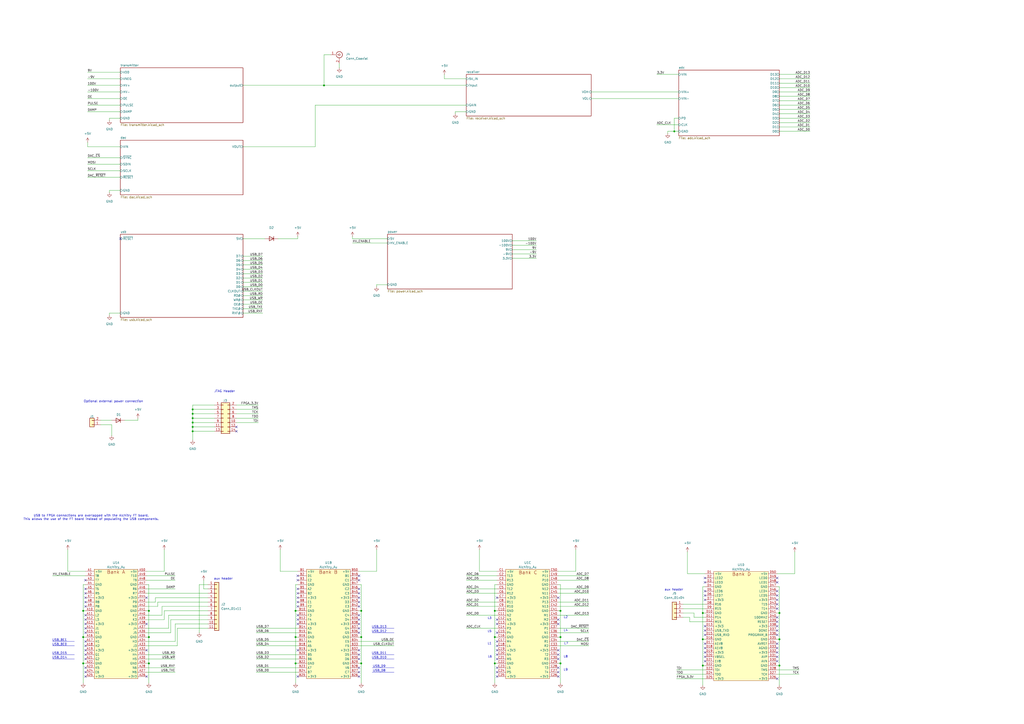
<source format=kicad_sch>
(kicad_sch (version 20250114) (generator "eeschema") (generator_version "9.0")
  (paper "A2")
  (title_block (title "Sonar Pinger") (date "2025-05-03") (rev "0"))
  (text "Optional external power connection" (at 65.786 232.918 0) (effects (font (size 1.27 1.27))))
  (text "USB_D12" (at 219.964 366.268 0) (effects (font (size 1.27 1.27))))
  (text "JTAG Header" (at 130.302 227.076 0) (effects (font (size 1.27 1.27))))
  (text "USB_BE1" (at 34.544 371.348 0) (effects (font (size 1.27 1.27))))
  (text "aux header" (at 390.906 342.138 0) (effects (font (size 1.27 1.27))))
  (text "L1" (at 283.972 373.38 0) (effects (font (size 1.27 1.27))))
  (text "L4" (at 328.168 365.76 0) (effects (font (size 1.27 1.27))))
  (text "L9" (at 328.168 388.62 0) (effects (font (size 1.27 1.27))))
  (text "USB_D15" (at 34.544 378.968 0) (effects (font (size 1.27 1.27))))
  (text "USB_D10" (at 219.964 381.508 0) (effects (font (size 1.27 1.27))))
  (text "USB_D8" (at 219.964 389.128 0) (effects (font (size 1.27 1.27))))
  (text "L8" (at 328.168 381 0) (effects (font (size 1.27 1.27))))
  (text "USB to FPGA connections are overlapped with the Alchitry FT board. \nThis allows the use of the FT board instead of populating the USB components. " (at 53.34 300.228 0) (effects (font (size 1.27 1.27))))
  (text "USB_BE0" (at 34.544 373.888 0) (effects (font (size 1.27 1.27))))
  (text "USB_D13" (at 219.964 363.728 0) (effects (font (size 1.27 1.27))))
  (text "USB_D9" (at 219.964 386.588 0) (effects (font (size 1.27 1.27))))
  (text "L2" (at 328.168 358.14 0) (effects (font (size 1.27 1.27))))
  (text "aux header" (at 129.54 335.788 0) (effects (font (size 1.27 1.27))))
  (text "USB_D14" (at 34.544 381.508 0) (effects (font (size 1.27 1.27))))
  (text "L6" (at 284.226 381 0) (effects (font (size 1.27 1.27))))
  (text "L5" (at 283.972 366.268 0) (effects (font (size 1.27 1.27))))
  (text "L7" (at 328.422 373.38 0) (effects (font (size 1.27 1.27))))
  (text "USB_D11" (at 219.964 378.968 0) (effects (font (size 1.27 1.27))))
  (text "L3" (at 283.972 358.648 0) (effects (font (size 1.27 1.27))))
  (junction (at 48.26 369.57))
  (junction (at 407.67 370.84))
  (junction (at 48.26 354.33))
  (junction (at 287.02 369.57))
  (junction (at 407.67 386.08))
  (junction (at 325.12 384.81))
  (junction (at 325.12 354.33))
  (junction (at 325.12 369.57))
  (junction (at 171.45 384.81))
  (junction (at 452.12 370.84))
  (junction (at 452.12 355.6))
  (junction (at 452.12 386.08))
  (junction (at 48.26 384.81))
  (junction (at 171.45 369.57))
  (junction (at 86.36 384.81))
  (junction (at 111.76 242.57))
  (junction (at 209.55 369.57))
  (junction (at 111.76 247.65))
  (junction (at 209.55 384.81))
  (junction (at 287.02 354.33))
  (junction (at 111.76 237.49))
  (junction (at 171.45 354.33))
  (junction (at 187.96 49.53))
  (junction (at 86.36 354.33))
  (junction (at 407.67 355.6))
  (junction (at 287.02 384.81))
  (junction (at 86.36 369.57))
  (junction (at 209.55 354.33))
  (junction (at 111.76 250.19))
  (junction (at 391.16 76.2))
  (junction (at 111.76 240.03))
  (junction (at 111.76 245.11))
  (no_connect (at 85.09 392.43))
  (no_connect (at 450.85 368.3))
  (no_connect (at 49.53 351.79))
  (no_connect (at 208.28 336.55))
  (no_connect (at 49.53 359.41))
  (no_connect (at 172.72 346.71))
  (no_connect (at 450.85 378.46))
  (no_connect (at 208.28 341.63))
  (no_connect (at 49.53 364.49))
  (no_connect (at 288.29 374.65))
  (no_connect (at 408.94 378.46))
  (no_connect (at 208.28 364.49))
  (no_connect (at 49.53 341.63))
  (no_connect (at 323.85 359.41))
  (no_connect (at 288.29 367.03))
  (no_connect (at 450.85 365.76))
  (no_connect (at 208.28 361.95))
  (no_connect (at 323.85 387.35))
  (no_connect (at 208.28 349.25))
  (no_connect (at 172.72 341.63))
  (no_connect (at 408.94 335.28))
  (no_connect (at 288.29 382.27))
  (no_connect (at 49.53 344.17))
  (no_connect (at 450.85 335.28))
  (no_connect (at 450.85 353.06))
  (no_connect (at 450.85 345.44))
  (no_connect (at 450.85 363.22))
  (no_connect (at 408.94 368.3))
  (no_connect (at 208.28 346.71))
  (no_connect (at 450.85 358.14))
  (no_connect (at 323.85 346.71))
  (no_connect (at 172.72 359.41))
  (no_connect (at 408.94 381))
  (no_connect (at 49.53 346.71))
  (no_connect (at 323.85 361.95))
  (no_connect (at 288.29 392.43))
  (no_connect (at 69.85 138.43))
  (no_connect (at 49.53 349.25))
  (no_connect (at 49.53 336.55))
  (no_connect (at 172.72 392.43))
  (no_connect (at 137.16 250.19))
  (no_connect (at 85.09 346.71))
  (no_connect (at 172.72 349.25))
  (no_connect (at 450.85 342.9))
  (no_connect (at 288.29 387.35))
  (no_connect (at 85.09 377.19))
  (no_connect (at 49.53 389.89))
  (no_connect (at 408.94 342.9))
  (no_connect (at 49.53 374.65))
  (no_connect (at 208.28 334.01))
  (no_connect (at 49.53 367.03))
  (no_connect (at 172.72 361.95))
  (no_connect (at 408.94 373.38))
  (no_connect (at 49.53 361.95))
  (no_connect (at 323.85 379.73))
  (no_connect (at 208.28 387.35))
  (no_connect (at 208.28 351.79))
  (no_connect (at 323.85 382.27))
  (no_connect (at 450.85 373.38))
  (no_connect (at 172.72 356.87))
  (no_connect (at 208.28 382.27))
  (no_connect (at 450.85 360.68))
  (no_connect (at 49.53 377.19))
  (no_connect (at 172.72 377.19))
  (no_connect (at 408.94 375.92))
  (no_connect (at 323.85 389.89))
  (no_connect (at 408.94 337.82))
  (no_connect (at 408.94 345.44))
  (no_connect (at 208.28 344.17))
  (no_connect (at 172.72 336.55))
  (no_connect (at 208.28 379.73))
  (no_connect (at 288.29 377.19))
  (no_connect (at 208.28 377.19))
  (no_connect (at 450.85 381))
  (no_connect (at 49.53 387.35))
  (no_connect (at 288.29 372.11))
  (no_connect (at 172.72 351.79))
  (no_connect (at 208.28 367.03))
  (no_connect (at 49.53 392.43))
  (no_connect (at 288.29 361.95))
  (no_connect (at 408.94 383.54))
  (no_connect (at 208.28 356.87))
  (no_connect (at 408.94 365.76))
  (no_connect (at 208.28 389.89))
  (no_connect (at 450.85 383.54))
  (no_connect (at 208.28 392.43))
  (no_connect (at 450.85 375.92))
  (no_connect (at 137.16 247.65))
  (no_connect (at 49.53 356.87))
  (no_connect (at 288.29 389.89))
  (no_connect (at 49.53 372.11))
  (no_connect (at 288.29 359.41))
  (no_connect (at 450.85 337.82))
  (no_connect (at 450.85 393.7))
  (no_connect (at 323.85 392.43))
  (no_connect (at 450.85 350.52))
  (no_connect (at 408.94 347.98))
  (no_connect (at 408.94 363.22))
  (no_connect (at 450.85 347.98))
  (no_connect (at 49.53 379.73))
  (no_connect (at 172.72 334.01))
  (no_connect (at 208.28 359.41))
  (no_connect (at 323.85 377.19))
  (no_connect (at 288.29 379.73))
  (no_connect (at 288.29 346.71))
  (no_connect (at 172.72 344.17))
  (no_connect (at 49.53 382.27))
  (no_connect (at 85.09 361.95))
  (wire (pts (xy 152.4 168.91) (xy 140.97 168.91)))
  (wire (pts (xy 152.4 158.75) (xy 140.97 158.75)))
  (wire (pts (xy 218.44 318.77) (xy 218.44 331.47)))
  (wire (pts (xy 120.65 359.41) (xy 99.06 359.41)))
  (wire (pts (xy 85.09 382.27) (xy 101.6 382.27)))
  (wire (pts (xy 85.09 387.35) (xy 101.6 387.35)))
  (wire (pts (xy 80.01 242.57) (xy 80.01 243.84)))
  (wire (pts (xy 288.29 334.01) (xy 270.51 334.01)))
  (wire (pts (xy 101.6 372.11) (xy 101.6 361.95)))
  (wire (pts (xy 287.02 339.09) (xy 287.02 354.33)))
  (wire (pts (xy 288.29 356.87) (xy 270.51 356.87)))
  (wire (pts (xy 323.85 331.47) (xy 334.01 331.47)))
  (wire (pts (xy 85.09 374.65) (xy 102.87 374.65)))
  (wire (pts (xy 325.12 369.57) (xy 325.12 384.81)))
  (wire (pts (xy 50.8 41.91) (xy 69.85 41.91)))
  (wire (pts (xy 50.8 102.87) (xy 69.85 102.87)))
  (wire (pts (xy 288.29 384.81) (xy 287.02 384.81)))
  (wire (pts (xy 297.18 144.78) (xy 311.15 144.78)))
  (wire (pts (xy 264.16 64.77) (xy 264.16 66.04)))
  (wire (pts (xy 152.4 163.83) (xy 140.97 163.83)))
  (wire (pts (xy 187.96 49.53) (xy 140.97 49.53)))
  (wire (pts (xy 64.77 246.38) (xy 64.77 252.73)))
  (wire (pts (xy 63.5 68.58) (xy 63.5 69.85)))
  (wire (pts (xy 450.85 391.16) (xy 463.55 391.16)))
  (wire (pts (xy 208.28 339.09) (xy 209.55 339.09)))
  (wire (pts (xy 452.12 370.84) (xy 452.12 386.08)))
  (wire (pts (xy 182.88 60.96) (xy 270.51 60.96)))
  (wire (pts (xy 85.09 389.89) (xy 101.6 389.89)))
  (wire (pts (xy 90.17 346.71) (xy 120.65 346.71)))
  (polyline (pts (xy 30.48 374.65) (xy 43.18 374.65)))
  (wire (pts (xy 48.26 339.09) (xy 48.26 354.33)))
  (wire (pts (xy 137.16 245.11) (xy 149.86 245.11)))
  (wire (pts (xy 334.01 318.77) (xy 334.01 331.47)))
  (wire (pts (xy 408.94 370.84) (xy 407.67 370.84)))
  (wire (pts (xy 461.01 320.04) (xy 461.01 332.74)))
  (wire (pts (xy 297.18 147.32) (xy 311.15 147.32)))
  (wire (pts (xy 287.02 354.33) (xy 287.02 369.57)))
  (wire (pts (xy 85.09 334.01) (xy 101.6 334.01)))
  (polyline (pts (xy 215.9 382.27) (xy 228.6 382.27)))
  (wire (pts (xy 323.85 367.03) (xy 341.63 367.03)))
  (wire (pts (xy 120.65 339.09) (xy 115.57 339.09)))
  (wire (pts (xy 187.96 31.75) (xy 187.96 49.53)))
  (wire (pts (xy 407.67 340.36) (xy 407.67 355.6)))
  (wire (pts (xy 63.5 181.61) (xy 63.5 182.88)))
  (wire (pts (xy 209.55 354.33) (xy 209.55 369.57)))
  (wire (pts (xy 452.12 60.96) (xy 469.9 60.96)))
  (wire (pts (xy 452.12 66.04) (xy 469.9 66.04)))
  (wire (pts (xy 287.02 384.81) (xy 287.02 396.24)))
  (wire (pts (xy 93.98 356.87) (xy 93.98 351.79)))
  (wire (pts (xy 297.18 139.7) (xy 311.15 139.7)))
  (wire (pts (xy 124.46 234.95) (xy 111.76 234.95)))
  (wire (pts (xy 152.4 151.13) (xy 140.97 151.13)))
  (wire (pts (xy 452.12 63.5) (xy 469.9 63.5)))
  (wire (pts (xy 49.53 369.57) (xy 48.26 369.57)))
  (wire (pts (xy 148.59 374.65) (xy 172.72 374.65)))
  (wire (pts (xy 408.94 386.08) (xy 407.67 386.08)))
  (wire (pts (xy 452.12 76.2) (xy 469.9 76.2)))
  (wire (pts (xy 85.09 372.11) (xy 101.6 372.11)))
  (wire (pts (xy 85.09 364.49) (xy 97.79 364.49)))
  (wire (pts (xy 85.09 336.55) (xy 101.6 336.55)))
  (wire (pts (xy 171.45 384.81) (xy 171.45 396.24)))
  (wire (pts (xy 342.9 53.34) (xy 393.7 53.34)))
  (wire (pts (xy 209.55 384.81) (xy 209.55 396.24)))
  (wire (pts (xy 50.8 91.44) (xy 69.85 91.44)))
  (wire (pts (xy 90.17 349.25) (xy 90.17 346.71)))
  (wire (pts (xy 95.25 354.33) (xy 95.25 359.41)))
  (wire (pts (xy 140.97 138.43) (xy 153.67 138.43)))
  (wire (pts (xy 99.06 367.03) (xy 85.09 367.03)))
  (wire (pts (xy 182.88 85.09) (xy 182.88 60.96)))
  (wire (pts (xy 120.65 341.63) (xy 118.11 341.63)))
  (wire (pts (xy 396.24 353.06) (xy 408.94 353.06)))
  (wire (pts (xy 69.85 68.58) (xy 63.5 68.58)))
  (wire (pts (xy 278.13 331.47) (xy 288.29 331.47)))
  (wire (pts (xy 120.65 349.25) (xy 91.44 349.25)))
  (wire (pts (xy 101.6 361.95) (xy 120.65 361.95)))
  (wire (pts (xy 323.85 374.65) (xy 341.63 374.65)))
  (wire (pts (xy 30.48 334.01) (xy 49.53 334.01)))
  (wire (pts (xy 58.42 243.84) (xy 64.77 243.84)))
  (wire (pts (xy 85.09 354.33) (xy 86.36 354.33)))
  (wire (pts (xy 152.4 176.53) (xy 140.97 176.53)))
  (wire (pts (xy 152.4 161.29) (xy 140.97 161.29)))
  (wire (pts (xy 39.37 331.47) (xy 49.53 331.47)))
  (wire (pts (xy 97.79 364.49) (xy 97.79 356.87)))
  (wire (pts (xy 208.28 354.33) (xy 209.55 354.33)))
  (wire (pts (xy 450.85 386.08) (xy 452.12 386.08)))
  (wire (pts (xy 288.29 369.57) (xy 287.02 369.57)))
  (wire (pts (xy 288.29 336.55) (xy 270.51 336.55)))
  (wire (pts (xy 400.05 360.68) (xy 408.94 360.68)))
  (wire (pts (xy 209.55 339.09) (xy 209.55 354.33)))
  (wire (pts (xy 148.59 372.11) (xy 172.72 372.11)))
  (polyline (pts (xy 30.48 379.73) (xy 43.18 379.73)))
  (wire (pts (xy 208.28 384.81) (xy 209.55 384.81)))
  (wire (pts (xy 323.85 384.81) (xy 325.12 384.81)))
  (wire (pts (xy 323.85 349.25) (xy 341.63 349.25)))
  (wire (pts (xy 152.4 153.67) (xy 140.97 153.67)))
  (wire (pts (xy 171.45 354.33) (xy 171.45 369.57)))
  (wire (pts (xy 172.72 369.57) (xy 171.45 369.57)))
  (wire (pts (xy 381 43.18) (xy 393.7 43.18)))
  (wire (pts (xy 208.28 369.57) (xy 209.55 369.57)))
  (wire (pts (xy 80.01 243.84) (xy 72.39 243.84)))
  (wire (pts (xy 120.65 354.33) (xy 95.25 354.33)))
  (polyline (pts (xy 215.9 379.73) (xy 228.6 379.73)))
  (wire (pts (xy 86.36 384.81) (xy 86.36 396.24)))
  (polyline (pts (xy 215.9 389.89) (xy 228.6 389.89)))
  (wire (pts (xy 118.11 336.55) (xy 118.11 341.63)))
  (wire (pts (xy 208.28 331.47) (xy 218.44 331.47)))
  (wire (pts (xy 152.4 173.99) (xy 140.97 173.99)))
  (wire (pts (xy 49.53 354.33) (xy 48.26 354.33)))
  (wire (pts (xy 111.76 242.57) (xy 111.76 245.11)))
  (wire (pts (xy 85.09 341.63) (xy 101.6 341.63)))
  (wire (pts (xy 224.79 165.1) (xy 218.44 165.1)))
  (wire (pts (xy 208.28 372.11) (xy 228.6 372.11)))
  (wire (pts (xy 452.12 45.72) (xy 469.9 45.72)))
  (wire (pts (xy 50.8 45.72) (xy 69.85 45.72)))
  (wire (pts (xy 111.76 234.95) (xy 111.76 237.49)))
  (wire (pts (xy 171.45 339.09) (xy 171.45 354.33)))
  (wire (pts (xy 400.05 358.14) (xy 400.05 360.68)))
  (wire (pts (xy 93.98 351.79) (xy 120.65 351.79)))
  (wire (pts (xy 69.85 110.49) (xy 63.5 110.49)))
  (wire (pts (xy 407.67 355.6) (xy 407.67 370.84)))
  (wire (pts (xy 148.59 387.35) (xy 172.72 387.35)))
  (wire (pts (xy 86.36 354.33) (xy 86.36 369.57)))
  (wire (pts (xy 270.51 364.49) (xy 288.29 364.49)))
  (wire (pts (xy 172.72 137.16) (xy 172.72 138.43)))
  (wire (pts (xy 50.8 82.55) (xy 50.8 85.09)))
  (wire (pts (xy 391.16 76.2) (xy 393.7 76.2)))
  (wire (pts (xy 85.09 339.09) (xy 86.36 339.09)))
  (wire (pts (xy 85.09 384.81) (xy 86.36 384.81)))
  (wire (pts (xy 140.97 85.09) (xy 182.88 85.09)))
  (wire (pts (xy 450.85 388.62) (xy 463.55 388.62)))
  (wire (pts (xy 111.76 245.11) (xy 111.76 247.65)))
  (wire (pts (xy 111.76 247.65) (xy 124.46 247.65)))
  (wire (pts (xy 452.12 340.36) (xy 452.12 355.6)))
  (wire (pts (xy 172.72 384.81) (xy 171.45 384.81)))
  (wire (pts (xy 152.4 156.21) (xy 140.97 156.21)))
  (wire (pts (xy 111.76 237.49) (xy 111.76 240.03)))
  (wire (pts (xy 278.13 318.77) (xy 278.13 331.47)))
  (wire (pts (xy 115.57 339.09) (xy 115.57 367.03)))
  (wire (pts (xy 452.12 58.42) (xy 469.9 58.42)))
  (wire (pts (xy 381 72.39) (xy 393.7 72.39)))
  (wire (pts (xy 323.85 351.79) (xy 341.63 351.79)))
  (wire (pts (xy 95.25 318.77) (xy 95.25 331.47)))
  (wire (pts (xy 95.25 359.41) (xy 85.09 359.41)))
  (wire (pts (xy 86.36 369.57) (xy 86.36 384.81)))
  (wire (pts (xy 452.12 71.12) (xy 469.9 71.12)))
  (wire (pts (xy 162.56 331.47) (xy 172.72 331.47)))
  (wire (pts (xy 137.16 237.49) (xy 149.86 237.49)))
  (wire (pts (xy 392.43 391.16) (xy 408.94 391.16)))
  (wire (pts (xy 209.55 369.57) (xy 209.55 384.81)))
  (wire (pts (xy 452.12 68.58) (xy 469.9 68.58)))
  (polyline (pts (xy 215.9 364.49) (xy 228.6 364.49)))
  (wire (pts (xy 297.18 149.86) (xy 311.15 149.86)))
  (wire (pts (xy 172.72 339.09) (xy 171.45 339.09)))
  (wire (pts (xy 111.76 250.19) (xy 111.76 255.27)))
  (wire (pts (xy 49.53 384.81) (xy 48.26 384.81)))
  (wire (pts (xy 452.12 50.8) (xy 469.9 50.8)))
  (wire (pts (xy 323.85 369.57) (xy 325.12 369.57)))
  (wire (pts (xy 196.85 36.83) (xy 196.85 39.37)))
  (wire (pts (xy 111.76 247.65) (xy 111.76 250.19)))
  (wire (pts (xy 452.12 55.88) (xy 469.9 55.88)))
  (wire (pts (xy 161.29 138.43) (xy 172.72 138.43)))
  (wire (pts (xy 148.59 382.27) (xy 172.72 382.27)))
  (wire (pts (xy 398.78 332.74) (xy 408.94 332.74)))
  (wire (pts (xy 288.29 354.33) (xy 287.02 354.33)))
  (wire (pts (xy 85.09 356.87) (xy 93.98 356.87)))
  (wire (pts (xy 323.85 339.09) (xy 325.12 339.09)))
  (polyline (pts (xy 215.9 367.03) (xy 228.6 367.03)))
  (wire (pts (xy 323.85 356.87) (xy 341.63 356.87)))
  (wire (pts (xy 452.12 48.26) (xy 469.9 48.26)))
  (wire (pts (xy 191.77 31.75) (xy 187.96 31.75)))
  (wire (pts (xy 396.24 350.52) (xy 408.94 350.52)))
  (wire (pts (xy 111.76 245.11) (xy 124.46 245.11)))
  (wire (pts (xy 402.59 355.6) (xy 396.24 355.6)))
  (wire (pts (xy 172.72 354.33) (xy 171.45 354.33)))
  (wire (pts (xy 85.09 369.57) (xy 86.36 369.57)))
  (wire (pts (xy 48.26 369.57) (xy 48.26 384.81)))
  (wire (pts (xy 323.85 364.49) (xy 341.63 364.49)))
  (wire (pts (xy 49.53 339.09) (xy 48.26 339.09)))
  (wire (pts (xy 392.43 393.7) (xy 408.94 393.7)))
  (wire (pts (xy 288.29 341.63) (xy 270.51 341.63)))
  (wire (pts (xy 152.4 171.45) (xy 140.97 171.45)))
  (wire (pts (xy 152.4 148.59) (xy 140.97 148.59)))
  (wire (pts (xy 91.44 349.25) (xy 91.44 351.79)))
  (wire (pts (xy 323.85 354.33) (xy 325.12 354.33)))
  (wire (pts (xy 85.09 344.17) (xy 120.65 344.17)))
  (wire (pts (xy 137.16 234.95) (xy 149.86 234.95)))
  (wire (pts (xy 452.12 355.6) (xy 452.12 370.84)))
  (wire (pts (xy 137.16 242.57) (xy 149.86 242.57)))
  (wire (pts (xy 97.79 356.87) (xy 120.65 356.87)))
  (wire (pts (xy 325.12 384.81) (xy 325.12 396.24)))
  (wire (pts (xy 450.85 370.84) (xy 452.12 370.84)))
  (wire (pts (xy 187.96 49.53) (xy 270.51 49.53)))
  (wire (pts (xy 152.4 181.61) (xy 140.97 181.61)))
  (wire (pts (xy 111.76 250.19) (xy 124.46 250.19)))
  (wire (pts (xy 111.76 237.49) (xy 124.46 237.49)))
  (wire (pts (xy 91.44 351.79) (xy 85.09 351.79)))
  (wire (pts (xy 50.8 85.09) (xy 69.85 85.09)))
  (wire (pts (xy 48.26 384.81) (xy 48.26 396.24)))
  (polyline (pts (xy 30.48 382.27) (xy 43.18 382.27)))
  (wire (pts (xy 323.85 344.17) (xy 341.63 344.17)))
  (wire (pts (xy 50.8 64.77) (xy 69.85 64.77)))
  (wire (pts (xy 450.85 340.36) (xy 452.12 340.36)))
  (wire (pts (xy 452.12 43.18) (xy 469.9 43.18)))
  (wire (pts (xy 325.12 354.33) (xy 325.12 369.57)))
  (wire (pts (xy 102.87 364.49) (xy 120.65 364.49)))
  (wire (pts (xy 50.8 60.96) (xy 69.85 60.96)))
  (wire (pts (xy 257.81 45.72) (xy 270.51 45.72)))
  (wire (pts (xy 50.8 57.15) (xy 69.85 57.15)))
  (wire (pts (xy 50.8 99.06) (xy 69.85 99.06)))
  (wire (pts (xy 50.8 53.34) (xy 69.85 53.34)))
  (wire (pts (xy 323.85 336.55) (xy 341.63 336.55)))
  (wire (pts (xy 111.76 240.03) (xy 124.46 240.03)))
  (wire (pts (xy 391.16 68.58) (xy 391.16 76.2)))
  (wire (pts (xy 85.09 331.47) (xy 95.25 331.47)))
  (wire (pts (xy 204.47 138.43) (xy 224.79 138.43)))
  (wire (pts (xy 148.59 379.73) (xy 172.72 379.73)))
  (wire (pts (xy 392.43 388.62) (xy 408.94 388.62)))
  (wire (pts (xy 257.81 43.18) (xy 257.81 45.72)))
  (wire (pts (xy 208.28 374.65) (xy 228.6 374.65)))
  (wire (pts (xy 148.59 367.03) (xy 172.72 367.03)))
  (wire (pts (xy 148.59 389.89) (xy 172.72 389.89)))
  (wire (pts (xy 39.37 318.77) (xy 39.37 331.47)))
  (wire (pts (xy 58.42 246.38) (xy 64.77 246.38)))
  (wire (pts (xy 342.9 57.15) (xy 393.7 57.15)))
  (wire (pts (xy 452.12 73.66) (xy 469.9 73.66)))
  (wire (pts (xy 50.8 95.25) (xy 69.85 95.25)))
  (wire (pts (xy 402.59 358.14) (xy 402.59 355.6)))
  (wire (pts (xy 152.4 166.37) (xy 140.97 166.37)))
  (wire (pts (xy 86.36 339.09) (xy 86.36 354.33)))
  (wire (pts (xy 323.85 341.63) (xy 341.63 341.63)))
  (wire (pts (xy 408.94 358.14) (xy 402.59 358.14)))
  (wire (pts (xy 387.35 76.2) (xy 391.16 76.2)))
  (wire (pts (xy 450.85 332.74) (xy 461.01 332.74)))
  (wire (pts (xy 323.85 334.01) (xy 341.63 334.01)))
  (wire (pts (xy 288.29 339.09) (xy 287.02 339.09)))
  (wire (pts (xy 407.67 386.08) (xy 407.67 397.51)))
  (polyline (pts (xy 215.9 387.35) (xy 228.6 387.35)))
  (wire (pts (xy 323.85 372.11) (xy 341.63 372.11)))
  (wire (pts (xy 152.4 179.07) (xy 140.97 179.07)))
  (wire (pts (xy 297.18 142.24) (xy 311.15 142.24)))
  (wire (pts (xy 171.45 369.57) (xy 171.45 384.81)))
  (wire (pts (xy 408.94 355.6) (xy 407.67 355.6)))
  (wire (pts (xy 387.35 76.2) (xy 387.35 77.47)))
  (wire (pts (xy 287.02 369.57) (xy 287.02 384.81)))
  (wire (pts (xy 63.5 110.49) (xy 63.5 111.76)))
  (wire (pts (xy 137.16 240.03) (xy 149.86 240.03)))
  (wire (pts (xy 288.29 351.79) (xy 270.51 351.79)))
  (polyline (pts (xy 30.48 372.11) (xy 43.18 372.11)))
  (wire (pts (xy 452.12 386.08) (xy 452.12 397.51)))
  (wire (pts (xy 99.06 359.41) (xy 99.06 367.03)))
  (wire (pts (xy 450.85 355.6) (xy 452.12 355.6)))
  (wire (pts (xy 288.29 349.25) (xy 270.51 349.25)))
  (wire (pts (xy 111.76 242.57) (xy 124.46 242.57)))
  (wire (pts (xy 48.26 354.33) (xy 48.26 369.57)))
  (wire (pts (xy 398.78 320.04) (xy 398.78 332.74)))
  (wire (pts (xy 452.12 53.34) (xy 469.9 53.34)))
  (wire (pts (xy 204.47 137.16) (xy 204.47 138.43)))
  (wire (pts (xy 407.67 370.84) (xy 407.67 386.08)))
  (wire (pts (xy 396.24 358.14) (xy 400.05 358.14)))
  (wire (pts (xy 85.09 379.73) (xy 101.6 379.73)))
  (wire (pts (xy 288.29 344.17) (xy 270.51 344.17)))
  (wire (pts (xy 69.85 181.61) (xy 63.5 181.61)))
  (wire (pts (xy 204.47 140.97) (xy 224.79 140.97)))
  (wire (pts (xy 325.12 339.09) (xy 325.12 354.33)))
  (wire (pts (xy 148.59 364.49) (xy 172.72 364.49)))
  (wire (pts (xy 391.16 68.58) (xy 393.7 68.58)))
  (wire (pts (xy 85.09 349.25) (xy 90.17 349.25)))
  (wire (pts (xy 408.94 340.36) (xy 407.67 340.36)))
  (wire (pts (xy 264.16 64.77) (xy 270.51 64.77)))
  (wire (pts (xy 162.56 318.77) (xy 162.56 331.47)))
  (wire (pts (xy 102.87 374.65) (xy 102.87 364.49)))
  (wire (pts (xy 218.44 165.1) (xy 218.44 166.37)))
  (wire (pts (xy 111.76 240.03) (xy 111.76 242.57)))
  (wire (pts (xy 50.8 49.53) (xy 69.85 49.53)))
  (label "ADC_D13" (at 341.63 356.87 180))
  (label "ADC_CLK" (at 381 72.39 0))
  (label "USB_D4" (at 148.59 374.65 0))
  (label "USB_CLKOUT" (at 152.4 168.91 180))
  (label "ADC_D4" (at 469.9 66.04 180))
  (label "TMS" (at 149.86 237.49 180))
  (label "TDI" (at 149.86 245.11 180))
  (label "PULSE" (at 50.8 60.96 0))
  (label "TCK" (at 149.86 240.03 180))
  (label "ADC_D2" (at 469.9 71.12 180))
  (label "3.3V" (at 381 43.18 0))
  (label "ADC_D1" (at 270.51 351.79 0))
  (label "TCK" (at 463.55 391.16 180))
  (label "DAC_~{RESET}" (at 341.63 364.49 180))
  (label "100V" (at 50.8 49.53 0))
  (label "USB_D3" (at 148.59 379.73 0))
  (label "USB_RXF" (at 152.4 181.61 180))
  (label "MOSI" (at 341.63 374.65 180))
  (label "USB_D5" (at 148.59 372.11 0))
  (label "USB_D3" (at 152.4 158.75 180))
  (label "USB_D7" (at 148.59 364.49 0))
  (label "PULSE" (at 101.6 334.01 180))
  (label "USB_D6" (at 148.59 367.03 0))
  (label "ADC_D2" (at 270.51 349.25 0))
  (label "9V" (at 50.8 41.91 0))
  (label "ADC_D6" (at 270.51 334.01 0))
  (label "ADC_D5" (at 270.51 336.55 0))
  (label "ADC_D3" (at 469.9 68.58 180))
  (label "ADC_D1" (at 469.9 73.66 180))
  (label "TDI" (at 392.43 388.62 0))
  (label "ADC_D6" (at 469.9 60.96 180))
  (label "OE" (at 50.8 57.15 0))
  (label "MOSI" (at 50.8 95.25 0))
  (label "USB_OE" (at 228.6 372.11 180))
  (label "USB_WR" (at 152.4 173.99 180))
  (label "ADC_D5" (at 469.9 63.5 180))
  (label "USB_D1" (at 148.59 387.35 0))
  (label "USB_D7" (at 152.4 148.59 180))
  (label "USB_D2" (at 152.4 161.29 180))
  (label "USB_RXF" (at 101.6 387.35 180))
  (label "USB_D5" (at 152.4 153.67 180))
  (label "9V" (at 311.15 144.78 180))
  (label "HV_ENABLE" (at 204.47 140.97 0))
  (label "USB_OE" (at 152.4 176.53 180))
  (label "USB_CLKOUT" (at 228.6 374.65 180))
  (label "TDO" (at 149.86 242.57 180))
  (label "ADC_D12" (at 341.63 351.79 180))
  (label "USB_TXE" (at 152.4 179.07 180))
  (label "USB_D0" (at 148.59 389.89 0))
  (label "USB_RD" (at 101.6 379.73 180))
  (label "ADC_D3" (at 270.51 344.17 0))
  (label "ADC_D9" (at 469.9 53.34 180))
  (label "FPGA_3.3V" (at 149.86 234.95 180))
  (label "TDO" (at 392.43 391.16 0))
  (label "FPGA_3.3V" (at 392.43 393.7 0))
  (label "ADC_D8" (at 469.9 55.88 180))
  (label "ADC_D7" (at 469.9 58.42 180))
  (label "-9V" (at 50.8 45.72 0))
  (label "ADC_CLK" (at 270.51 364.49 0))
  (label "TMS" (at 463.55 388.62 180))
  (label "-100V" (at 311.15 142.24 180))
  (label "ADC_D10" (at 341.63 344.17 180))
  (label "DAC_~{RESET}" (at 50.8 102.87 0))
  (label "USB_D0" (at 152.4 166.37 180))
  (label "ADC_D9" (at 341.63 341.63 180))
  (label "ADC_D13" (at 469.9 43.18 180))
  (label "DAMP" (at 50.8 64.77 0))
  (label "DAMP" (at 101.6 341.63 180))
  (label "ADC_D12" (at 469.9 45.72 180))
  (label "ADC_D4" (at 270.51 341.63 0))
  (label "USB_TXE" (at 101.6 389.89 180))
  (label "SCLK" (at 50.8 99.06 0))
  (label "ADC_D7" (at 341.63 334.01 180))
  (label "ADC_D11" (at 469.9 48.26 180))
  (label "ADC_D0" (at 469.9 76.2 180))
  (label "ADC_D11" (at 341.63 349.25 180))
  (label "ADC_D8" (at 341.63 336.55 180))
  (label "ADC_D0" (at 270.51 356.87 0))
  (label "SCLK" (at 341.63 367.03 180))
  (label "-9V" (at 311.15 147.32 180))
  (label "ADC_D10" (at 469.9 50.8 180))
  (label "DAC_~{CS}" (at 50.8 91.44 0))
  (label "OE" (at 101.6 336.55 180))
  (label "USB_D4" (at 152.4 156.21 180))
  (label "USB_D2" (at 148.59 382.27 0))
  (label "DAC_~{CS}" (at 341.63 372.11 180))
  (label "USB_RD" (at 152.4 171.45 180))
  (label "HV_ENABLE" (at 30.48 334.01 0))
  (label "USB_D6" (at 152.4 151.13 180))
  (label "3.3V" (at 311.15 149.86 180))
  (label "-100V" (at 50.8 53.34 0))
  (label "100V" (at 311.15 139.7 180))
  (label "USB_D1" (at 152.4 163.83 180))
  (label "USB_WR" (at 101.6 382.27 180))
  (symbol (lib_id "power:+5V") (at 461.01 320.04 0) (unit 1)
    (property "Reference" "#PWR031" (effects (hide yes)))
    (property "Value" "+5V" (at 461.01 314.96 0))
    (property "Description" "Power symbol creates a global label with name \"+5V\"" (effects (hide yes)))
  )
  (symbol (lib_id "power:GND") (at 209.55 396.24 0) (unit 1)
    (property "Reference" "#PWR019" (effects (hide yes)))
    (property "Value" "GND" (at 209.55 401.32 0))
    (property "Description" "Power symbol creates a global label with name \"GND\" , ground" (effects (hide yes)))
  )
  (symbol (lib_id "pd_symbols:Alchitry_Au") (at 177.8 331.47 0) (unit 2)
    (property "Reference" "U1" (at 190.5 326.39 0))
    (property "Value" "Alchitry_Au" (at 190.5 328.93 0))
    (property "Footprint" "pd_footprints:Alchitry_Au" (effects (hide yes)))
    (property "Datasheet" "https://alchitry.com/boards/Au" (effects (hide yes)))
  )
  (symbol (lib_id "power:+5V") (at 118.11 336.55 0) (unit 1)
    (property "Reference" "#PWR012" (effects (hide yes)))
    (property "Value" "+5V" (at 118.11 331.47 0))
    (property "Description" "Power symbol creates a global label with name \"+5V\"" (effects (hide yes)))
  )
  (symbol (lib_id "power:+5V") (at 39.37 318.77 0) (unit 1)
    (property "Reference" "#PWR01" (effects (hide yes)))
    (property "Value" "+5V" (at 39.37 313.69 0))
    (property "Description" "Power symbol creates a global label with name \"+5V\"" (effects (hide yes)))
  )
  (symbol (lib_id "Connector_Generic:Conn_01x02") (at 53.34 246.38 180) (unit 1)
    (property "Reference" "J1" (at 53.34 241.554 0))
    (property "Value" "Conn_01x02" (effects (hide yes)))
    (property "Footprint" "Connector_JST:JST_PH_B2B-PH-K_1x02_P2.00mm_Vertical" (effects (hide yes)))
    (property "Description" "Generic connector, single row, 01x02, script generated (kicad-library-utils/schlib/autogen/connector/)" (effects (hide yes)))
  )
  (symbol (lib_id "power:GND") (at 387.35 77.47 0) (unit 1)
    (property "Reference" "#PWR033" (effects (hide yes)))
    (property "Value" "GND" (at 387.35 82.55 0))
    (property "Description" "Power symbol creates a global label with name \"GND\" , ground" (effects (hide yes)))
  )
  (symbol (lib_id "power:+5V") (at 334.01 318.77 0) (unit 1)
    (property "Reference" "#PWR027" (effects (hide yes)))
    (property "Value" "+5V" (at 334.01 313.69 0))
    (property "Description" "Power symbol creates a global label with name \"+5V\"" (effects (hide yes)))
  )
  (symbol (lib_id "power:GND") (at 48.26 396.24 0) (mirror y) (unit 1)
    (property "Reference" "#PWR02" (effects (hide yes)))
    (property "Value" "GND" (at 48.26 401.32 0))
    (property "Description" "Power symbol creates a global label with name \"GND\" , ground" (effects (hide yes)))
  )
  (symbol (lib_id "power:GND") (at 63.5 182.88 0) (unit 1)
    (property "Reference" "#PWR06" (effects (hide yes)))
    (property "Value" "GND" (at 63.5 187.96 0))
    (property "Description" "Power symbol creates a global label with name \"GND\" , ground" (effects (hide yes)))
  )
  (symbol (lib_id "Connector_Generic:Conn_01x11") (at 125.73 351.79 0) (unit 1)
    (property "Reference" "J2" (at 128.27 350.5199 0) (effects (justify left)))
    (property "Value" "Conn_01x11" (at 128.27 353.0599 0) (effects (justify left)))
    (property "Footprint" "Connector_PinHeader_2.54mm:PinHeader_1x11_P2.54mm_Vertical" (effects (hide yes)))
    (property "Description" "Generic connector, single row, 01x11, script generated (kicad-library-utils/schlib/autogen/connector/)" (effects (hide yes)))
  )
  (symbol (lib_id "power:+5V") (at 80.01 242.57 0) (unit 1)
    (property "Reference" "#PWR08" (effects (hide yes)))
    (property "Value" "+5V" (at 80.01 237.49 0))
    (property "Description" "Power symbol creates a global label with name \"+5V\"" (effects (hide yes)))
  )
  (symbol (lib_id "pd_symbols:Alchitry_Au") (at 414.02 332.74 0) (unit 4)
    (property "Reference" "U1" (at 429.895 327.66 0))
    (property "Value" "Alchitry_Au" (at 429.895 330.2 0))
    (property "Footprint" "pd_footprints:Alchitry_Au" (effects (hide yes)))
    (property "Datasheet" "https://alchitry.com/boards/Au" (effects (hide yes)))
  )
  (symbol (lib_id "power:+5V") (at 257.81 43.18 0) (unit 1)
    (property "Reference" "#PWR022" (effects (hide yes)))
    (property "Value" "+5V" (at 257.81 38.1 0))
    (property "Description" "Power symbol creates a global label with name \"+5V\"" (effects (hide yes)))
  )
  (symbol (lib_id "power:+5V") (at 172.72 137.16 0) (unit 1)
    (property "Reference" "#PWR016" (effects (hide yes)))
    (property "Value" "+5V" (at 172.72 132.08 0))
    (property "Description" "Power symbol creates a global label with name \"+5V\"" (effects (hide yes)))
  )
  (symbol (lib_id "power:GND") (at 196.85 39.37 0) (unit 1)
    (property "Reference" "#PWR017" (effects (hide yes)))
    (property "Value" "GND" (at 196.85 44.45 0))
    (property "Description" "Power symbol creates a global label with name \"GND\" , ground" (effects (hide yes)))
  )
  (symbol (lib_id "pd_symbols:Alchitry_Au") (at 293.37 331.47 0) (unit 3)
    (property "Reference" "U1" (at 306.07 326.39 0))
    (property "Value" "Alchitry_Au" (at 306.07 328.93 0))
    (property "Footprint" "pd_footprints:Alchitry_Au" (effects (hide yes)))
    (property "Datasheet" "https://alchitry.com/boards/Au" (effects (hide yes)))
  )
  (symbol (lib_id "power:GND") (at 63.5 69.85 0) (unit 1)
    (property "Reference" "#PWR04" (effects (hide yes)))
    (property "Value" "GND" (at 63.5 74.93 0))
    (property "Description" "Power symbol creates a global label with name \"GND\" , ground" (effects (hide yes)))
  )
  (symbol (lib_id "power:GND") (at 86.36 396.24 0) (unit 1)
    (property "Reference" "#PWR09" (effects (hide yes)))
    (property "Value" "GND" (at 86.36 401.32 0))
    (property "Description" "Power symbol creates a global label with name \"GND\" , ground" (effects (hide yes)))
  )
  (symbol (lib_id "power:+5V") (at 95.25 318.77 0) (unit 1)
    (property "Reference" "#PWR010" (effects (hide yes)))
    (property "Value" "+5V" (at 95.25 313.69 0))
    (property "Description" "Power symbol creates a global label with name \"+5V\"" (effects (hide yes)))
  )
  (symbol (lib_id "power:GND") (at 63.5 111.76 0) (unit 1)
    (property "Reference" "#PWR05" (effects (hide yes)))
    (property "Value" "GND" (at 63.5 116.84 0))
    (property "Description" "Power symbol creates a global label with name \"GND\" , ground" (effects (hide yes)))
  )
  (symbol (lib_id "Device:D") (at 157.48 138.43 180) (unit 1)
    (property "Reference" "D2" (at 157.48 132.08 0))
    (property "Value" "D" (effects (hide yes)))
    (property "Footprint" "Diode_SMD:D_SOD-123F" (effects (hide yes)))
    (property "Description" "Diode" (effects (hide yes)))
    (property "Sim.Device" "D" (effects (hide yes)))
    (property "Sim.Pins" "1=K 2=A" (effects (hide yes)))
  )
  (symbol (lib_id "power:+5V") (at 204.47 137.16 0) (unit 1)
    (property "Reference" "#PWR018" (effects (hide yes)))
    (property "Value" "+5V" (at 204.47 132.08 0))
    (property "Description" "Power symbol creates a global label with name \"+5V\"" (effects (hide yes)))
  )
  (symbol (lib_id "power:+5V") (at 398.78 320.04 0) (unit 1)
    (property "Reference" "#PWR028" (effects (hide yes)))
    (property "Value" "+5V" (at 398.78 314.96 0))
    (property "Description" "Power symbol creates a global label with name \"+5V\"" (effects (hide yes)))
  )
  (symbol (lib_id "power:GND") (at 115.57 367.03 0) (unit 1)
    (property "Reference" "#PWR013" (effects (hide yes)))
    (property "Value" "GND" (at 115.57 372.11 0))
    (property "Description" "Power symbol creates a global label with name \"GND\" , ground" (effects (hide yes)))
  )
  (symbol (lib_id "pd_symbols:Alchitry_Au") (at 54.61 331.47 0) (unit 1)
    (property "Reference" "U1" (at 67.31 326.39 0))
    (property "Value" "Alchitry_Au" (at 67.31 328.93 0))
    (property "Footprint" "pd_footprints:Alchitry_Au" (effects (hide yes)))
    (property "Datasheet" "https://alchitry.com/boards/Au" (effects (hide yes)))
  )
  (symbol (lib_id "power:+5V") (at 162.56 318.77 0) (unit 1)
    (property "Reference" "#PWR014" (effects (hide yes)))
    (property "Value" "+5V" (at 162.56 313.69 0))
    (property "Description" "Power symbol creates a global label with name \"+5V\"" (effects (hide yes)))
  )
  (symbol (lib_id "Connector:Conn_Coaxial") (at 196.85 31.75 0) (unit 1)
    (property "Reference" "J4" (at 200.66 31.4082 0) (effects (justify left)))
    (property "Value" "Conn_Coaxial" (at 200.66 33.9482 0) (effects (justify left)))
    (property "Footprint" "pd_footprints:RF2-04A-T-00-50-G" (effects (hide yes)))
    (property "Description" "coaxial connector (BNC, SMA, SMB, SMC, Cinch/RCA, LEMO, ...)" (effects (hide yes)))
  )
  (symbol (lib_id "Device:D") (at 68.58 243.84 180) (unit 1)
    (property "Reference" "D1" (at 68.834 240.538 0))
    (property "Value" "D" (effects (hide yes)))
    (property "Footprint" "Diode_SMD:D_SOD-123F" (effects (hide yes)))
    (property "Description" "Diode" (effects (hide yes)))
    (property "Sim.Device" "D" (effects (hide yes)))
    (property "Sim.Pins" "1=K 2=A" (effects (hide yes)))
  )
  (symbol (lib_id "power:GND") (at 452.12 397.51 0) (unit 1)
    (property "Reference" "#PWR030" (effects (hide yes)))
    (property "Value" "GND" (at 452.12 402.59 0))
    (property "Description" "Power symbol creates a global label with name \"GND\" , ground" (effects (hide yes)))
  )
  (symbol (lib_id "power:GND") (at 407.67 397.51 0) (mirror y) (unit 1)
    (property "Reference" "#PWR029" (effects (hide yes)))
    (property "Value" "GND" (at 407.67 402.59 0))
    (property "Description" "Power symbol creates a global label with name \"GND\" , ground" (effects (hide yes)))
  )
  (symbol (lib_id "power:GND") (at 171.45 396.24 0) (mirror y) (unit 1)
    (property "Reference" "#PWR015" (effects (hide yes)))
    (property "Value" "GND" (at 171.45 401.32 0))
    (property "Description" "Power symbol creates a global label with name \"GND\" , ground" (effects (hide yes)))
  )
  (symbol (lib_id "power:+5V") (at 50.8 82.55 0) (unit 1)
    (property "Reference" "#PWR03" (effects (hide yes)))
    (property "Value" "+5V" (at 50.8 77.47 0))
    (property "Description" "Power symbol creates a global label with name \"+5V\"" (effects (hide yes)))
  )
  (symbol (lib_id "power:GND") (at 111.76 255.27 0) (mirror y) (unit 1)
    (property "Reference" "#PWR011" (effects (hide yes)))
    (property "Value" "GND" (at 111.76 260.35 0))
    (property "Description" "Power symbol creates a global label with name \"GND\" , ground" (effects (hide yes)))
  )
  (symbol (lib_id "power:GND") (at 218.44 166.37 0) (unit 1)
    (property "Reference" "#PWR020" (effects (hide yes)))
    (property "Value" "GND" (at 218.44 171.45 0))
    (property "Description" "Power symbol creates a global label with name \"GND\" , ground" (effects (hide yes)))
  )
  (symbol (lib_id "power:GND") (at 64.77 252.73 0) (unit 1)
    (property "Reference" "#PWR07" (effects (hide yes)))
    (property "Value" "GND" (at 64.77 257.81 0))
    (property "Description" "Power symbol creates a global label with name \"GND\" , ground" (effects (hide yes)))
  )
  (symbol (lib_id "power:GND") (at 264.16 66.04 0) (unit 1)
    (property "Reference" "#PWR023" (effects (hide yes)))
    (property "Value" "GND" (at 264.16 71.12 0))
    (property "Description" "Power symbol creates a global label with name \"GND\" , ground" (effects (hide yes)))
  )
  (symbol (lib_id "Connector_Generic:Conn_02x07_Odd_Even") (at 129.54 242.57 0) (unit 1)
    (property "Reference" "J3" (at 130.556 232.41 0))
    (property "Value" "Conn_02x07_Odd_Even" (effects (hide yes)))
    (property "Footprint" "Connector_PinHeader_2.54mm:PinHeader_2x07_P2.54mm_Vertical" (effects (hide yes)))
    (property "Description" "Generic connector, double row, 02x07, odd/even pin numbering scheme (row 1 odd numbers, row 2 even numbers), script generated (kicad-library-utils/schlib/autogen/connector/)" (effects (hide yes)))
  )
  (symbol (lib_id "power:GND") (at 287.02 396.24 0) (mirror y) (unit 1)
    (property "Reference" "#PWR025" (effects (hide yes)))
    (property "Value" "GND" (at 287.02 401.32 0))
    (property "Description" "Power symbol creates a global label with name \"GND\" , ground" (effects (hide yes)))
  )
  (symbol (lib_id "power:+5V") (at 278.13 318.77 0) (unit 1)
    (property "Reference" "#PWR024" (effects (hide yes)))
    (property "Value" "+5V" (at 278.13 313.69 0))
    (property "Description" "Power symbol creates a global label with name \"+5V\"" (effects (hide yes)))
  )
  (symbol (lib_id "Connector_Generic:Conn_01x04") (at 391.16 353.06 0) (mirror y) (unit 1)
    (property "Reference" "J5" (at 391.16 344.17 0))
    (property "Value" "Conn_01x04" (at 391.16 346.71 0))
    (property "Footprint" "Connector_PinHeader_2.54mm:PinHeader_1x04_P2.54mm_Vertical" (effects (hide yes)))
    (property "Description" "Generic connector, single row, 01x04, script generated (kicad-library-utils/schlib/autogen/connector/)" (effects (hide yes)))
  )
  (symbol (lib_id "power:+5V") (at 218.44 318.77 0) (unit 1)
    (property "Reference" "#PWR021" (effects (hide yes)))
    (property "Value" "+5V" (at 218.44 313.69 0))
    (property "Description" "Power symbol creates a global label with name \"+5V\"" (effects (hide yes)))
  )
  (symbol (lib_id "power:GND") (at 325.12 396.24 0) (unit 1)
    (property "Reference" "#PWR026" (effects (hide yes)))
    (property "Value" "GND" (at 325.12 401.32 0))
    (property "Description" "Power symbol creates a global label with name \"GND\" , ground" (effects (hide yes)))
  )
  (sheet (at 69.85 135.89) (size 71.12 48.26) (stroke (width 0.1524))
    (property "Sheetname" "usb" (at 69.85 135.1784 0) (effects (justify left bottom)))
    (property "Sheetfile" "usb.kicad_sch" (at 69.85 184.7346 0) (effects (justify left top)))
    (pin "D6" input (at 140.97 151.13 0))
    (pin "D7" input (at 140.97 148.59 0))
    (pin "D0" input (at 140.97 166.37 0))
    (pin "D4" input (at 140.97 156.21 0))
    (pin "D5" input (at 140.97 153.67 0))
    (pin "D1" input (at 140.97 163.83 0))
    (pin "D3" input (at 140.97 158.75 0))
    (pin "D2" input (at 140.97 161.29 0))
    (pin "OE#" input (at 140.97 176.53 0))
    (pin "CLKOUT" input (at 140.97 168.91 0))
    (pin "RXF#" input (at 140.97 181.61 0))
    (pin "RD#" input (at 140.97 171.45 0))
    (pin "WR#" input (at 140.97 173.99 0))
    (pin "TXE#" input (at 140.97 179.07 0))
    (pin "GND" input (at 69.85 181.61 180))
    (pin "5V" output (at 140.97 138.43 0))
    (pin "~{RESET}" input (at 69.85 138.43 180))
  )
  (sheet (at 393.7 40.64) (size 58.42 38.1) (stroke (width 0.1524))
    (property "Sheetname" "adc" (at 393.7 39.9284 0) (effects (justify left bottom)))
    (property "Sheetfile" "adc.kicad_sch" (at 393.7 79.3246 0) (effects (justify left top)))
    (pin "GND" input (at 393.7 76.2 180))
    (pin "VIN" input (at 393.7 43.18 180))
    (pin "CLK" input (at 393.7 72.39 180))
    (pin "PD" input (at 393.7 68.58 180))
    (pin "VIN-" input (at 393.7 57.15 180))
    (pin "VIN+" input (at 393.7 53.34 180))
    (pin "D6" output (at 452.12 60.96 0))
    (pin "D5" output (at 452.12 63.5 0))
    (pin "D3" output (at 452.12 68.58 0))
    (pin "D1" output (at 452.12 73.66 0))
    (pin "D2" output (at 452.12 71.12 0))
    (pin "D4" output (at 452.12 66.04 0))
    (pin "D13" output (at 452.12 43.18 0))
    (pin "D11" output (at 452.12 48.26 0))
    (pin "D12" output (at 452.12 45.72 0))
    (pin "D10" output (at 452.12 50.8 0))
    (pin "D9" output (at 452.12 53.34 0))
    (pin "D8" output (at 452.12 55.88 0))
    (pin "D7" output (at 452.12 58.42 0))
    (pin "D0" output (at 452.12 76.2 0))
  )
  (sheet (at 69.85 39.37) (size 71.12 31.75) (stroke (width 0.1524))
    (property "Sheetname" "transmitter" (at 69.85 38.6584 0) (effects (justify left bottom)))
    (property "Sheetfile" "transmitter.kicad_sch" (at 69.85 71.7046 0) (effects (justify left top)))
    (pin "HV+" input (at 69.85 49.53 180))
    (pin "HV-" input (at 69.85 53.34 180))
    (pin "OE" input (at 69.85 57.15 180))
    (pin "PULSE" input (at 69.85 60.96 180))
    (pin "DAMP" input (at 69.85 64.77 180))
    (pin "GND" input (at 69.85 68.58 180))
    (pin "VNEG" input (at 69.85 45.72 180))
    (pin "VDD" input (at 69.85 41.91 180))
    (pin "output" output (at 140.97 49.53 0))
  )
  (sheet (at 224.79 135.89) (size 72.39 31.75) (stroke (width 0.1524))
    (property "Sheetname" "power" (at 224.79 135.1784 0) (effects (justify left bottom)))
    (property "Sheetfile" "power.kicad_sch" (at 224.79 168.2246 0) (effects (justify left top)))
    (pin "5V" input (at 224.79 138.43 180))
    (pin "GND" input (at 224.79 165.1 180))
    (pin "3.3V" output (at 297.18 149.86 0))
    (pin "-100V" output (at 297.18 142.24 0))
    (pin "100V" output (at 297.18 139.7 0))
    (pin "9V" output (at 297.18 144.78 0))
    (pin "-9V" output (at 297.18 147.32 0))
    (pin "HV_ENABLE" input (at 224.79 140.97 180))
  )
  (sheet (at 270.51 43.18) (size 72.39 24.13) (stroke (width 0.1524))
    (property "Sheetname" "receiver" (at 270.51 42.4684 0) (effects (justify left bottom)))
    (property "Sheetfile" "receiver.kicad_sch" (at 270.51 67.8946 0) (effects (justify left top)))
    (pin "5V_IN" input (at 270.51 45.72 180))
    (pin "GND" input (at 270.51 64.77 180))
    (pin "input" input (at 270.51 49.53 180))
    (pin "VOL" input (at 342.9 57.15 0))
    (pin "VOH" input (at 342.9 53.34 0))
    (pin "GAIN" input (at 270.51 60.96 180))
  )
  (sheet (at 69.85 81.28) (size 71.12 31.75) (stroke (width 0.1524))
    (property "Sheetname" "dac" (at 69.85 80.5684 0) (effects (justify left bottom)))
    (property "Sheetfile" "dac.kicad_sch" (at 69.85 113.6146 0) (effects (justify left top)))
    (pin "VIN" input (at 69.85 85.09 180))
    (pin "GND" input (at 69.85 110.49 180))
    (pin "~{RESET}" input (at 69.85 102.87 180))
    (pin "SCLK" input (at 69.85 99.06 180))
    (pin "~{SYNC}" input (at 69.85 91.44 180))
    (pin "SDIN" input (at 69.85 95.25 180))
    (pin "VOUT" output (at 140.97 85.09 0))
  )
)
</source>
